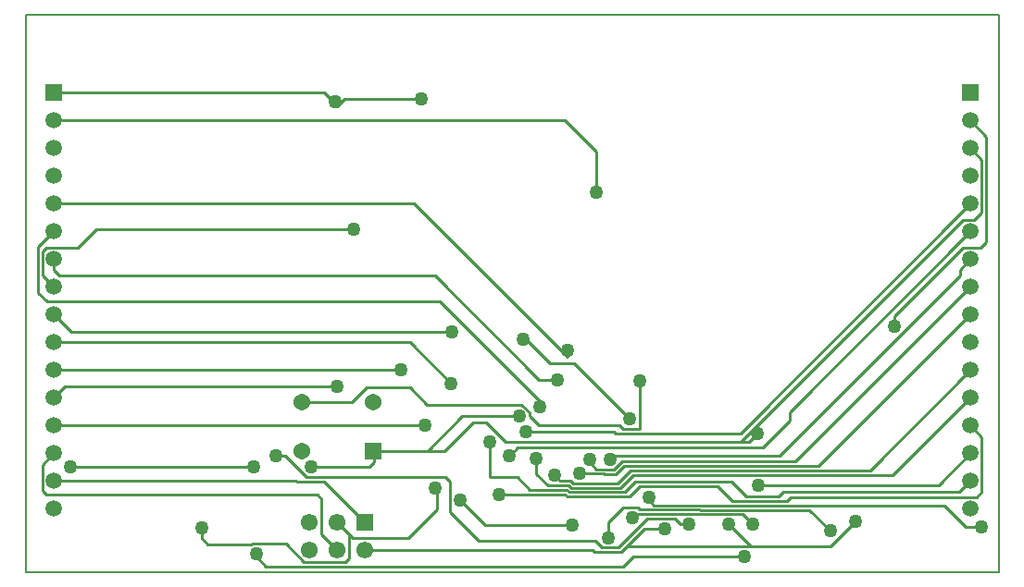
<source format=gbl>
G04 Layer_Physical_Order=2*
G04 Layer_Color=16711680*
%FSLAX25Y25*%
%MOIN*%
G70*
G01*
G75*
%ADD29C,0.01000*%
%ADD31C,0.00787*%
%ADD32R,0.06063X0.06063*%
%ADD33C,0.06063*%
%ADD34R,0.06102X0.06102*%
%ADD35C,0.06102*%
%ADD36R,0.05905X0.05905*%
%ADD37C,0.05905*%
%ADD38C,0.05000*%
D29*
X257453Y46768D02*
X337503Y126818D01*
X125495Y39460D02*
Y43642D01*
X107585Y172700D02*
X111500Y168785D01*
X112285Y168000D02*
X114785Y170500D01*
X7503Y116753D02*
X18838D01*
X25585Y123500D01*
X118000D01*
X205500Y137000D02*
Y151521D01*
X194321Y162700D02*
X205500Y151521D01*
X102803Y37718D02*
X123753D01*
X125495Y39460D01*
X10200Y72700D02*
X135103D01*
X16203Y37718D02*
X82282D01*
X304018Y36518D02*
X340200Y72700D01*
X217923Y36518D02*
X304018D01*
X190603Y34613D02*
X192503Y32713D01*
X190603Y34613D02*
Y34718D01*
X112200Y17800D02*
X116403Y13597D01*
Y5018D02*
Y13597D01*
X115003Y3618D02*
X116403Y5018D01*
X100303Y3618D02*
X115003D01*
X107482Y32518D02*
X122200Y17800D01*
X97603Y32518D02*
X107482D01*
X97421Y32700D02*
X97603Y32518D01*
X10200Y32700D02*
X97421D01*
X10200Y172700D02*
X107585D01*
X10200Y132700D02*
X139721D01*
X195003Y77418D02*
Y79918D01*
X285618Y38118D02*
X340200Y92700D01*
X117882Y12118D02*
X137703D01*
X148003Y22418D01*
Y29718D01*
X147378Y30343D02*
X148003Y29718D01*
X188703Y75318D02*
X197403D01*
X217603Y55118D01*
X144727Y43642D02*
X157203Y56118D01*
X177753D01*
X138421Y82700D02*
X153116Y68005D01*
X10200Y82700D02*
X138421D01*
X6147Y106753D02*
X10200Y102700D01*
X6147Y106753D02*
Y115397D01*
X7503Y116753D01*
X10200Y108768D02*
X12150Y106818D01*
X10200Y108768D02*
Y112700D01*
X282248Y22318D02*
X289748Y14818D01*
X242988Y22318D02*
X282248D01*
X220598Y23118D02*
X221298Y22418D01*
X215003Y23118D02*
X220598D01*
X209903Y18018D02*
X215003Y23118D01*
X209903Y12318D02*
Y18018D01*
X312268Y34768D02*
X340200Y62700D01*
X218703Y34768D02*
X312268D01*
X183903Y35318D02*
X188108Y31113D01*
X183903Y35318D02*
Y40718D01*
X249223Y30868D02*
X254573Y25518D01*
X274003D01*
X275503Y27018D01*
X342553D01*
X344303Y28768D01*
Y48597D01*
X340200Y52700D02*
X344303Y48597D01*
X86403Y2018D02*
X215203D01*
X218803Y5618D01*
X258703D01*
X263803Y31168D02*
X328668D01*
X340200Y42700D01*
X10200Y52700D02*
X143710D01*
X257418Y49918D02*
X340200Y132700D01*
X212403Y49918D02*
X257418D01*
X211953Y50368D02*
X212403Y49918D01*
X180269Y50368D02*
X211953D01*
X338503Y16218D02*
X344303D01*
X330803Y23918D02*
X338503Y16218D01*
X245553Y23918D02*
X330803D01*
X312803Y88418D02*
Y92118D01*
X337503Y116818D01*
X343953D01*
X345903Y118768D01*
Y156997D01*
X340200Y162700D02*
X345903Y156997D01*
X156403Y25918D02*
X165403Y16918D01*
X196903D01*
X90203Y41818D02*
X93553D01*
X101253Y34118D01*
X151253D01*
X152749Y32622D01*
Y21620D02*
Y32622D01*
Y21620D02*
X163151Y11218D01*
X205003D01*
X207503Y8718D01*
X213503D01*
X235803Y17218D02*
X238753D01*
X254023Y32468D02*
X259373Y27118D01*
X271108D01*
X272703Y28713D01*
X336213D01*
X340200Y32700D01*
X258303Y20718D02*
X261903Y17118D01*
X240503Y20718D02*
X258303D01*
X218603Y19518D02*
X219903Y20818D01*
X204021Y7800D02*
X204703Y7118D01*
X122200Y7800D02*
X204021D01*
X253303Y17118D02*
X261203Y9218D01*
X289803D02*
X298803Y18218D01*
X214421Y7118D02*
X216521Y9218D01*
X204703Y7118D02*
X214421D01*
X277218Y39718D02*
X340200Y102700D01*
X336459Y108958D02*
X340200Y112700D01*
X275074Y57574D02*
X340200Y122700D01*
X275074Y54481D02*
Y57574D01*
X265353Y44761D02*
X275074Y54481D01*
X4547Y117047D02*
X10200Y122700D01*
X4547Y100674D02*
Y117047D01*
Y100674D02*
X7703Y97518D01*
X149224D01*
X10200Y62700D02*
X14218Y66718D01*
X112103D01*
X106403Y13597D02*
X112200Y7800D01*
X106403Y13597D02*
Y26318D01*
X105003Y27718D02*
X106403Y26318D01*
X7503Y27718D02*
X105003D01*
X6103Y29118D02*
X7503Y27718D01*
X6103Y29118D02*
Y38603D01*
X10200Y42700D01*
X99905Y61358D02*
X117644D01*
X122703Y66418D01*
X138403D01*
X144503Y60318D01*
X213903Y52718D02*
X215103Y51518D01*
X221103D01*
X221203Y51618D01*
Y68743D01*
X260353Y46768D02*
X263403Y49818D01*
X150927Y43642D02*
X161053Y53768D01*
X165753D01*
X172753Y46768D01*
X257453D01*
X337503Y126818D02*
X341603D01*
X344303Y129518D01*
Y148597D01*
X340200Y152700D02*
X344303Y148597D01*
X116403Y13597D02*
X117882Y12118D01*
X216521Y9218D02*
X261203D01*
X289803D01*
X139721Y132700D02*
X195003Y77418D01*
X125495Y43642D02*
X144727D01*
X150927D01*
X257453Y46768D02*
X260353D01*
X83000Y5421D02*
X86403Y2018D01*
X83000Y5421D02*
Y6500D01*
X65612Y10008D02*
X81417D01*
X81509Y10100D01*
X93821D01*
X100303Y3618D01*
X149224Y97518D02*
X185500Y61241D01*
X184903Y52718D02*
X213903D01*
X185000Y60741D02*
X185500Y61241D01*
X185000Y59500D02*
Y60741D01*
X181400Y56221D02*
Y57562D01*
X178644Y60318D02*
X181400Y57562D01*
X144503Y60318D02*
X178644D01*
X181400Y56221D02*
X184903Y52718D01*
X174000Y41515D02*
Y42000D01*
X167000Y34115D02*
Y47000D01*
Y34115D02*
X177056D01*
X181658Y29513D01*
X219603Y32468D02*
X254023D01*
X221203Y30868D02*
X249223D01*
X224500Y25771D02*
Y27000D01*
Y25771D02*
X226253Y24018D01*
X213503Y8718D02*
X223885Y19100D01*
X245453Y24018D02*
X245553Y23918D01*
X242888Y22418D02*
X242988Y22318D01*
X240403Y20818D02*
X240503Y20718D01*
X233921Y19100D02*
X235803Y17218D01*
X216521Y9218D02*
X222803Y15500D01*
X226253Y24018D02*
X245453D01*
X221298Y22418D02*
X242888D01*
X219903Y20818D02*
X240403D01*
X223885Y19100D02*
X233921D01*
X222803Y15500D02*
X230000D01*
X192503Y32713D02*
X196196D01*
X197009Y31900D01*
X195533Y31113D02*
X196346Y30300D01*
X194870Y29513D02*
X195683Y28700D01*
X170503Y27818D02*
X194303D01*
X195021Y27100D01*
X188108Y31113D02*
X195533D01*
X181658Y29513D02*
X194870D01*
X195021Y27100D02*
X217435D01*
X195683Y28700D02*
X215835D01*
X196346Y30300D02*
X214235D01*
X197009Y31900D02*
X213306D01*
X217923Y36518D01*
X214235Y30300D02*
X218703Y34768D01*
X215835Y28700D02*
X219603Y32468D01*
X217435Y27100D02*
X221203Y30868D01*
X203000Y39671D02*
X205653Y37018D01*
X203000Y39671D02*
Y40500D01*
X198582Y35418D02*
X198665Y35500D01*
X199500D01*
X174000Y41515D02*
X177246Y44761D01*
X265353D01*
X205653Y37018D02*
X208891D01*
X209009Y36900D01*
X211991D01*
X208228Y35418D02*
X208346Y35300D01*
X212654D01*
X215472Y38118D01*
X285618D01*
X210500Y40500D02*
X211868Y41868D01*
X271344D01*
X336459Y106982D01*
Y108958D01*
X214809Y39718D02*
X277218D01*
X211991Y36900D02*
X214809Y39718D01*
X198582Y35418D02*
X208228D01*
X10200Y162700D02*
X194321D01*
X63500Y12121D02*
Y16000D01*
Y12121D02*
X65612Y10008D01*
X184812Y69365D02*
X191403D01*
X12150Y106818D02*
X147359D01*
X184812Y69365D01*
X114785Y170500D02*
X142500D01*
X111500Y168785D02*
Y169500D01*
Y168785D02*
X112285Y168000D01*
X16400Y86500D02*
X153500D01*
X10200Y92700D02*
X16400Y86500D01*
X180021Y84000D02*
X188703Y75318D01*
X179000Y84000D02*
X180021D01*
D31*
X3Y-32D02*
X350397D01*
X3D02*
Y200755D01*
X350397D01*
Y-32D02*
Y200755D01*
D32*
X124995Y43642D02*
D03*
D33*
X99405D02*
D03*
X124995Y61358D02*
D03*
X99405D02*
D03*
D34*
X122200Y17800D02*
D03*
D35*
Y7800D02*
D03*
X112200Y17800D02*
D03*
Y7800D02*
D03*
X102200Y17800D02*
D03*
Y7800D02*
D03*
D36*
X10200Y172700D02*
D03*
X340200D02*
D03*
D37*
X10200Y162700D02*
D03*
Y152700D02*
D03*
Y142700D02*
D03*
Y132700D02*
D03*
Y122700D02*
D03*
Y112700D02*
D03*
Y102700D02*
D03*
Y92700D02*
D03*
Y82700D02*
D03*
Y72700D02*
D03*
Y62700D02*
D03*
Y52700D02*
D03*
Y42700D02*
D03*
Y32700D02*
D03*
Y22700D02*
D03*
X340200Y162700D02*
D03*
Y152700D02*
D03*
Y142700D02*
D03*
Y132700D02*
D03*
Y122700D02*
D03*
Y112700D02*
D03*
Y102700D02*
D03*
Y92700D02*
D03*
Y82700D02*
D03*
Y72700D02*
D03*
Y62700D02*
D03*
Y52700D02*
D03*
Y42700D02*
D03*
Y32700D02*
D03*
Y22700D02*
D03*
D38*
X118000Y123500D02*
D03*
X205500Y137000D02*
D03*
X102803Y37718D02*
D03*
X135103Y72700D02*
D03*
X16203Y37718D02*
D03*
X82282D02*
D03*
X190603Y34718D02*
D03*
X195003Y79918D02*
D03*
X147378Y30343D02*
D03*
X217603Y55118D02*
D03*
X177753Y56118D02*
D03*
X153116Y68005D02*
D03*
X191403Y69365D02*
D03*
X289748Y14818D02*
D03*
X209903Y12318D02*
D03*
X183903Y40718D02*
D03*
X170503Y27818D02*
D03*
X258703Y5618D02*
D03*
X263803Y31168D02*
D03*
X143710Y52700D02*
D03*
X180269Y50368D02*
D03*
X344303Y16218D02*
D03*
X312803Y88418D02*
D03*
X156403Y25918D02*
D03*
X196903Y16918D02*
D03*
X90203Y41818D02*
D03*
X238753Y17218D02*
D03*
X261903Y17118D02*
D03*
X218603Y19518D02*
D03*
X253303Y17118D02*
D03*
X298803Y18218D02*
D03*
X112103Y66718D02*
D03*
X221203Y68743D02*
D03*
X263403Y49818D02*
D03*
X83000Y6500D02*
D03*
X185000Y59500D02*
D03*
X174000Y42000D02*
D03*
X167000Y47000D02*
D03*
X224500Y27000D02*
D03*
X230000Y15500D02*
D03*
X203000Y40500D02*
D03*
X199500Y35500D02*
D03*
X210500Y40500D02*
D03*
X63500Y16000D02*
D03*
X142500Y170500D02*
D03*
X111500Y169500D02*
D03*
X153500Y86500D02*
D03*
X179000Y84000D02*
D03*
M02*

</source>
